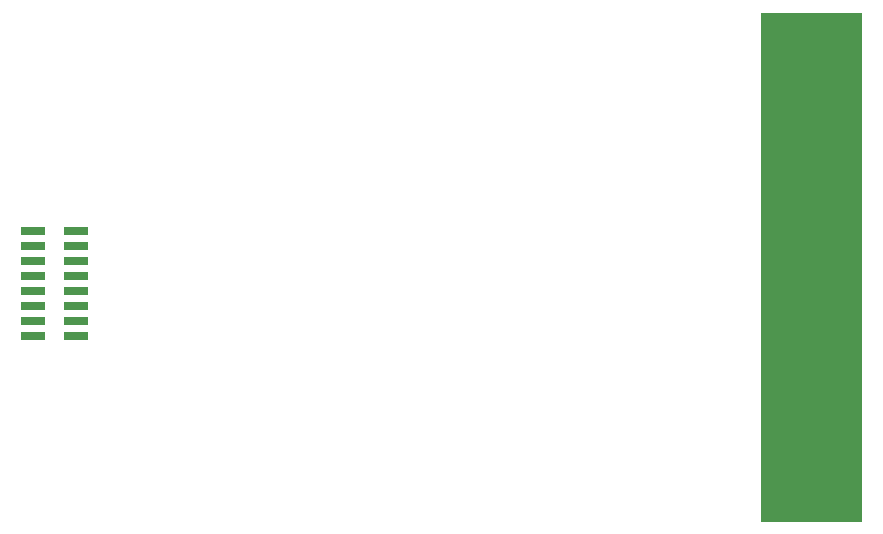
<source format=gts>
G04 #@! TF.GenerationSoftware,KiCad,Pcbnew,(5.1.10)-1*
G04 #@! TF.CreationDate,2022-08-14T11:16:36-04:00*
G04 #@! TF.ProjectId,KBAdapter,4b424164-6170-4746-9572-2e6b69636164,rev?*
G04 #@! TF.SameCoordinates,Original*
G04 #@! TF.FileFunction,Soldermask,Top*
G04 #@! TF.FilePolarity,Negative*
%FSLAX46Y46*%
G04 Gerber Fmt 4.6, Leading zero omitted, Abs format (unit mm)*
G04 Created by KiCad (PCBNEW (5.1.10)-1) date 2022-08-14 11:16:36*
%MOMM*%
%LPD*%
G01*
G04 APERTURE LIST*
%ADD10C,0.100000*%
%ADD11R,8.000000X2.000000*%
%ADD12R,2.100000X0.750000*%
G04 APERTURE END LIST*
D10*
G36*
X177000000Y-116000000D02*
G01*
X168500000Y-116000000D01*
X168500000Y-73000000D01*
X177000000Y-73000000D01*
X177000000Y-116000000D01*
G37*
X177000000Y-116000000D02*
X168500000Y-116000000D01*
X168500000Y-73000000D01*
X177000000Y-73000000D01*
X177000000Y-116000000D01*
D11*
X172500000Y-113550000D03*
X172500000Y-111010000D03*
X172500000Y-108470000D03*
X172500000Y-105930000D03*
X172500000Y-103390000D03*
X172500000Y-100850000D03*
X172500000Y-98310000D03*
X172500000Y-95770000D03*
X172500000Y-93230000D03*
X172500000Y-90690000D03*
X172500000Y-88150000D03*
X172500000Y-85610000D03*
X172500000Y-83070000D03*
X172500000Y-80530000D03*
X172500000Y-77990000D03*
X172500000Y-75450000D03*
D12*
X106900000Y-100345000D03*
X110500000Y-100345000D03*
X106900000Y-99075000D03*
X110500000Y-99075000D03*
X106900000Y-97805000D03*
X110500000Y-97805000D03*
X106900000Y-96535000D03*
X110500000Y-96535000D03*
X106900000Y-95265000D03*
X110500000Y-95265000D03*
X106900000Y-93995000D03*
X110500000Y-93995000D03*
X106900000Y-92725000D03*
X110500000Y-92725000D03*
X106900000Y-91455000D03*
X110500000Y-91455000D03*
M02*

</source>
